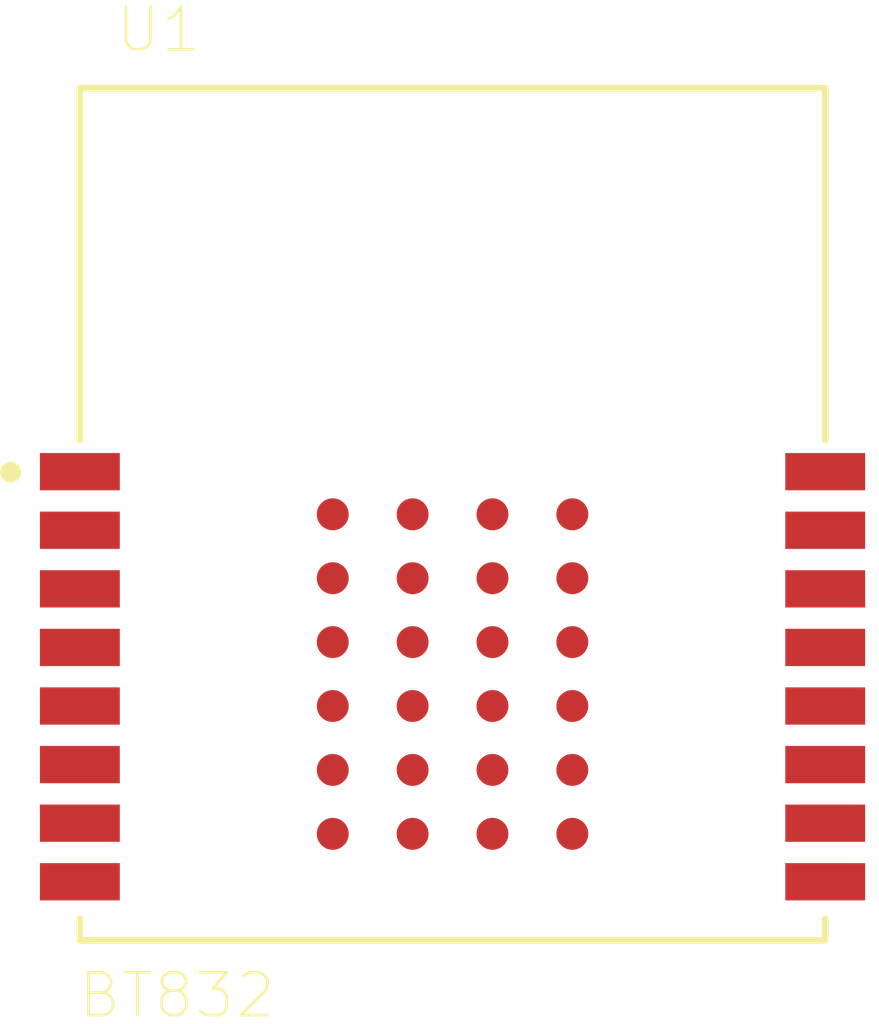
<source format=kicad_pcb>
(kicad_pcb (version 20171130) (host pcbnew 5.0.0+dfsg1-2)

  (general
    (thickness 1.6)
    (drawings 0)
    (tracks 0)
    (zones 0)
    (modules 1)
    (nets 37)
  )

  (page A4)
  (layers
    (0 F.Cu signal)
    (31 B.Cu signal)
    (32 B.Adhes user)
    (33 F.Adhes user)
    (34 B.Paste user)
    (35 F.Paste user)
    (36 B.SilkS user)
    (37 F.SilkS user)
    (38 B.Mask user)
    (39 F.Mask user)
    (40 Dwgs.User user)
    (41 Cmts.User user)
    (42 Eco1.User user)
    (43 Eco2.User user)
    (44 Edge.Cuts user)
    (45 Margin user)
    (46 B.CrtYd user)
    (47 F.CrtYd user)
    (48 B.Fab user)
    (49 F.Fab user)
  )

  (setup
    (last_trace_width 0.25)
    (trace_clearance 0.2)
    (zone_clearance 0.508)
    (zone_45_only no)
    (trace_min 0.2)
    (segment_width 0.2)
    (edge_width 0.15)
    (via_size 0.8)
    (via_drill 0.4)
    (via_min_size 0.4)
    (via_min_drill 0.3)
    (uvia_size 0.3)
    (uvia_drill 0.1)
    (uvias_allowed no)
    (uvia_min_size 0.2)
    (uvia_min_drill 0.1)
    (pcb_text_width 0.3)
    (pcb_text_size 1.5 1.5)
    (mod_edge_width 0.15)
    (mod_text_size 1 1)
    (mod_text_width 0.15)
    (pad_size 1.524 1.524)
    (pad_drill 0.762)
    (pad_to_mask_clearance 0.2)
    (aux_axis_origin 0 0)
    (visible_elements FFFFFF7F)
    (pcbplotparams
      (layerselection 0x010fc_ffffffff)
      (usegerberextensions false)
      (usegerberattributes false)
      (usegerberadvancedattributes false)
      (creategerberjobfile false)
      (excludeedgelayer true)
      (linewidth 0.100000)
      (plotframeref false)
      (viasonmask false)
      (mode 1)
      (useauxorigin false)
      (hpglpennumber 1)
      (hpglpenspeed 20)
      (hpglpendiameter 15.000000)
      (psnegative false)
      (psa4output false)
      (plotreference true)
      (plotvalue true)
      (plotinvisibletext false)
      (padsonsilk false)
      (subtractmaskfromsilk false)
      (outputformat 1)
      (mirror false)
      (drillshape 1)
      (scaleselection 1)
      (outputdirectory ""))
  )

  (net 0 "")
  (net 1 "Net-(U1-Pad1)")
  (net 2 "Net-(U1-Pad2)")
  (net 3 "Net-(U1-Pad3)")
  (net 4 "Net-(U1-Pad4)")
  (net 5 "Net-(U1-Pad5)")
  (net 6 "Net-(U1-Pad6)")
  (net 7 "Net-(U1-Pad7)")
  (net 8 "Net-(U1-Pad8)")
  (net 9 "Net-(U1-Pad9)")
  (net 10 GND)
  (net 11 "Net-(U1-Pad11)")
  (net 12 "Net-(U1-Pad12)")
  (net 13 "Net-(U1-Pad13)")
  (net 14 "Net-(U1-Pad14)")
  (net 15 "Net-(U1-Pad15)")
  (net 16 "Net-(U1-Pad16)")
  (net 17 "Net-(U1-PadA1)")
  (net 18 "Net-(U1-PadB1)")
  (net 19 "Net-(U1-PadC1)")
  (net 20 "Net-(U1-PadD1)")
  (net 21 "Net-(U1-PadA2)")
  (net 22 "Net-(U1-PadB2)")
  (net 23 "Net-(U1-PadC2)")
  (net 24 "Net-(U1-PadD2)")
  (net 25 "Net-(U1-PadA3)")
  (net 26 "Net-(U1-PadB3)")
  (net 27 "Net-(U1-PadC3)")
  (net 28 "Net-(U1-PadD3)")
  (net 29 "Net-(U1-PadA4)")
  (net 30 "Net-(U1-PadB4)")
  (net 31 "Net-(U1-PadC4)")
  (net 32 "Net-(U1-PadD4)")
  (net 33 "Net-(U1-PadA5)")
  (net 34 "Net-(U1-PadB5)")
  (net 35 "Net-(U1-PadC5)")
  (net 36 "Net-(U1-PadD5)")

  (net_class Default "This is the default net class."
    (clearance 0.2)
    (trace_width 0.25)
    (via_dia 0.8)
    (via_drill 0.4)
    (uvia_dia 0.3)
    (uvia_drill 0.1)
    (add_net GND)
    (add_net "Net-(U1-Pad1)")
    (add_net "Net-(U1-Pad11)")
    (add_net "Net-(U1-Pad12)")
    (add_net "Net-(U1-Pad13)")
    (add_net "Net-(U1-Pad14)")
    (add_net "Net-(U1-Pad15)")
    (add_net "Net-(U1-Pad16)")
    (add_net "Net-(U1-Pad2)")
    (add_net "Net-(U1-Pad3)")
    (add_net "Net-(U1-Pad4)")
    (add_net "Net-(U1-Pad5)")
    (add_net "Net-(U1-Pad6)")
    (add_net "Net-(U1-Pad7)")
    (add_net "Net-(U1-Pad8)")
    (add_net "Net-(U1-Pad9)")
    (add_net "Net-(U1-PadA1)")
    (add_net "Net-(U1-PadA2)")
    (add_net "Net-(U1-PadA3)")
    (add_net "Net-(U1-PadA4)")
    (add_net "Net-(U1-PadA5)")
    (add_net "Net-(U1-PadB1)")
    (add_net "Net-(U1-PadB2)")
    (add_net "Net-(U1-PadB3)")
    (add_net "Net-(U1-PadB4)")
    (add_net "Net-(U1-PadB5)")
    (add_net "Net-(U1-PadC1)")
    (add_net "Net-(U1-PadC2)")
    (add_net "Net-(U1-PadC3)")
    (add_net "Net-(U1-PadC4)")
    (add_net "Net-(U1-PadC5)")
    (add_net "Net-(U1-PadD1)")
    (add_net "Net-(U1-PadD2)")
    (add_net "Net-(U1-PadD3)")
    (add_net "Net-(U1-PadD4)")
    (add_net "Net-(U1-PadD5)")
  )

  (module BT832:BLEMODULE_BT832 (layer F.Cu) (tedit 0) (tstamp 5CF6EA0E)
    (at 139.7 113.03)
    (path /5CEABF59)
    (attr smd)
    (fp_text reference U1 (at -5.52127 -9.09924) (layer F.SilkS)
      (effects (font (size 0.802181 0.802181) (thickness 0.05)))
    )
    (fp_text value BT832 (at -5.17567 9.03351) (layer F.SilkS)
      (effects (font (size 0.80252 0.80252) (thickness 0.05)))
    )
    (fp_line (start 7 -1.58) (end 7 8) (layer Eco2.User) (width 0.127))
    (fp_line (start 7 8) (end -7 8) (layer Eco2.User) (width 0.127))
    (fp_line (start -7 8) (end -7 -8) (layer Eco2.User) (width 0.127))
    (fp_line (start -7 -8) (end 7 -8) (layer Eco2.User) (width 0.127))
    (fp_line (start 7 -8) (end 7 -1.59) (layer Eco2.User) (width 0.127))
    (fp_line (start -7 -1.39) (end -7 -8) (layer F.SilkS) (width 0.127))
    (fp_line (start -7 -8) (end 7 -8) (layer F.SilkS) (width 0.127))
    (fp_line (start 7 -8) (end 7 -1.39) (layer F.SilkS) (width 0.127))
    (fp_line (start -7 7.59) (end -7 8) (layer F.SilkS) (width 0.127))
    (fp_line (start -7 8) (end 7 8) (layer F.SilkS) (width 0.127))
    (fp_line (start 7 8) (end 7 7.59) (layer F.SilkS) (width 0.127))
    (fp_line (start -8 8.25) (end -8 -8.25) (layer Eco1.User) (width 0.05))
    (fp_line (start -8 -8.25) (end 8 -8.25) (layer Eco1.User) (width 0.05))
    (fp_line (start 8 8.25) (end -8 8.25) (layer Eco1.User) (width 0.05))
    (fp_circle (center -8.3 -0.79) (end -8.2 -0.79) (layer F.SilkS) (width 0.2))
    (fp_circle (center -6.325 -0.79) (end -6.225 -0.79) (layer Eco2.User) (width 0.2))
    (fp_poly (pts (xy -7.01262 -8) (xy 7 -8) (xy 7 -3.00541) (xy -7.01262 -3.00541)) (layer Dwgs.User) (width 0))
    (fp_poly (pts (xy -7.00236 -8) (xy 7 -8) (xy 7 -3.00101) (xy -7.00236 -3.00101)) (layer Dwgs.User) (width 0))
    (fp_line (start 8 -8.25) (end 8 8.25) (layer Eco1.User) (width 0.05))
    (pad 1 smd rect (at -7 -0.8) (size 1.5 0.7) (layers F.Cu F.Paste F.Mask)
      (net 1 "Net-(U1-Pad1)"))
    (pad 2 smd rect (at -7 0.3) (size 1.5 0.7) (layers F.Cu F.Paste F.Mask)
      (net 2 "Net-(U1-Pad2)"))
    (pad 3 smd rect (at -7 1.4) (size 1.5 0.7) (layers F.Cu F.Paste F.Mask)
      (net 3 "Net-(U1-Pad3)"))
    (pad 4 smd rect (at -7 2.5) (size 1.5 0.7) (layers F.Cu F.Paste F.Mask)
      (net 4 "Net-(U1-Pad4)"))
    (pad 5 smd rect (at -7 3.6) (size 1.5 0.7) (layers F.Cu F.Paste F.Mask)
      (net 5 "Net-(U1-Pad5)"))
    (pad 6 smd rect (at -7 4.7) (size 1.5 0.7) (layers F.Cu F.Paste F.Mask)
      (net 6 "Net-(U1-Pad6)"))
    (pad 7 smd rect (at -7 5.8) (size 1.5 0.7) (layers F.Cu F.Paste F.Mask)
      (net 7 "Net-(U1-Pad7)"))
    (pad 8 smd rect (at -7 6.9) (size 1.5 0.7) (layers F.Cu F.Paste F.Mask)
      (net 8 "Net-(U1-Pad8)"))
    (pad 9 smd rect (at 7 6.9 180) (size 1.5 0.7) (layers F.Cu F.Paste F.Mask)
      (net 9 "Net-(U1-Pad9)"))
    (pad 10 smd rect (at 7 5.8 180) (size 1.5 0.7) (layers F.Cu F.Paste F.Mask)
      (net 10 GND))
    (pad 11 smd rect (at 7 4.7 180) (size 1.5 0.7) (layers F.Cu F.Paste F.Mask)
      (net 11 "Net-(U1-Pad11)"))
    (pad 12 smd rect (at 7 3.6 180) (size 1.5 0.7) (layers F.Cu F.Paste F.Mask)
      (net 12 "Net-(U1-Pad12)"))
    (pad 13 smd rect (at 7 2.5 180) (size 1.5 0.7) (layers F.Cu F.Paste F.Mask)
      (net 13 "Net-(U1-Pad13)"))
    (pad 14 smd rect (at 7 1.4 180) (size 1.5 0.7) (layers F.Cu F.Paste F.Mask)
      (net 14 "Net-(U1-Pad14)"))
    (pad 15 smd rect (at 7 0.3 180) (size 1.5 0.7) (layers F.Cu F.Paste F.Mask)
      (net 15 "Net-(U1-Pad15)"))
    (pad 16 smd rect (at 7 -0.8 180) (size 1.5 0.7) (layers F.Cu F.Paste F.Mask)
      (net 16 "Net-(U1-Pad16)"))
    (pad A0 smd circle (at -2.25 0) (size 0.6 0.6) (layers F.Cu F.Paste F.Mask)
      (net 10 GND))
    (pad B0 smd circle (at -0.75 0) (size 0.6 0.6) (layers F.Cu F.Paste F.Mask)
      (net 10 GND))
    (pad C0 smd circle (at 0.75 0) (size 0.6 0.6) (layers F.Cu F.Paste F.Mask)
      (net 10 GND))
    (pad D0 smd circle (at 2.25 0) (size 0.6 0.6) (layers F.Cu F.Paste F.Mask)
      (net 10 GND))
    (pad A1 smd circle (at -2.25 1.2) (size 0.6 0.6) (layers F.Cu F.Paste F.Mask)
      (net 17 "Net-(U1-PadA1)"))
    (pad B1 smd circle (at -0.75 1.2) (size 0.6 0.6) (layers F.Cu F.Paste F.Mask)
      (net 18 "Net-(U1-PadB1)"))
    (pad C1 smd circle (at 0.75 1.2) (size 0.6 0.6) (layers F.Cu F.Paste F.Mask)
      (net 19 "Net-(U1-PadC1)"))
    (pad D1 smd circle (at 2.25 1.2) (size 0.6 0.6) (layers F.Cu F.Paste F.Mask)
      (net 20 "Net-(U1-PadD1)"))
    (pad A2 smd circle (at -2.25 2.4) (size 0.6 0.6) (layers F.Cu F.Paste F.Mask)
      (net 21 "Net-(U1-PadA2)"))
    (pad B2 smd circle (at -0.75 2.4) (size 0.6 0.6) (layers F.Cu F.Paste F.Mask)
      (net 22 "Net-(U1-PadB2)"))
    (pad C2 smd circle (at 0.75 2.4) (size 0.6 0.6) (layers F.Cu F.Paste F.Mask)
      (net 23 "Net-(U1-PadC2)"))
    (pad D2 smd circle (at 2.25 2.4) (size 0.6 0.6) (layers F.Cu F.Paste F.Mask)
      (net 24 "Net-(U1-PadD2)"))
    (pad A3 smd circle (at -2.25 3.6) (size 0.6 0.6) (layers F.Cu F.Paste F.Mask)
      (net 25 "Net-(U1-PadA3)"))
    (pad B3 smd circle (at -0.75 3.6) (size 0.6 0.6) (layers F.Cu F.Paste F.Mask)
      (net 26 "Net-(U1-PadB3)"))
    (pad C3 smd circle (at 0.75 3.6) (size 0.6 0.6) (layers F.Cu F.Paste F.Mask)
      (net 27 "Net-(U1-PadC3)"))
    (pad D3 smd circle (at 2.25 3.6) (size 0.6 0.6) (layers F.Cu F.Paste F.Mask)
      (net 28 "Net-(U1-PadD3)"))
    (pad A4 smd circle (at -2.25 4.8) (size 0.6 0.6) (layers F.Cu F.Paste F.Mask)
      (net 29 "Net-(U1-PadA4)"))
    (pad B4 smd circle (at -0.75 4.8) (size 0.6 0.6) (layers F.Cu F.Paste F.Mask)
      (net 30 "Net-(U1-PadB4)"))
    (pad C4 smd circle (at 0.75 4.8) (size 0.6 0.6) (layers F.Cu F.Paste F.Mask)
      (net 31 "Net-(U1-PadC4)"))
    (pad D4 smd circle (at 2.25 4.8) (size 0.6 0.6) (layers F.Cu F.Paste F.Mask)
      (net 32 "Net-(U1-PadD4)"))
    (pad A5 smd circle (at -2.25 6) (size 0.6 0.6) (layers F.Cu F.Paste F.Mask)
      (net 33 "Net-(U1-PadA5)"))
    (pad B5 smd circle (at -0.75 6) (size 0.6 0.6) (layers F.Cu F.Paste F.Mask)
      (net 34 "Net-(U1-PadB5)"))
    (pad C5 smd circle (at 0.75 6) (size 0.6 0.6) (layers F.Cu F.Paste F.Mask)
      (net 35 "Net-(U1-PadC5)"))
    (pad D5 smd circle (at 2.25 6) (size 0.6 0.6) (layers F.Cu F.Paste F.Mask)
      (net 36 "Net-(U1-PadD5)"))
  )

)

</source>
